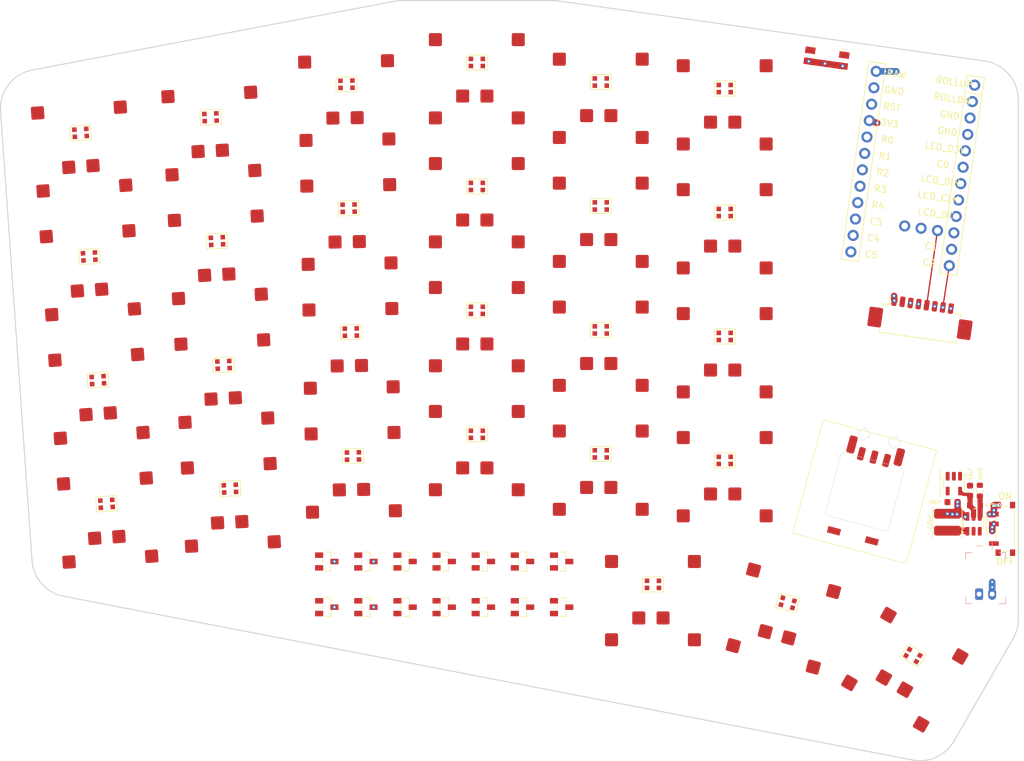
<source format=kicad_pcb>
(kicad_pcb (version 20241229) (generator "pcbnew") (generator_version "9.0")
  (title_block (title "toomanykeys") (date "2025-06-04") (rev "0.1") (company "huntercook"))
  (layers (0 "F.Cu" signal) (4 "In1.Cu" signal) (6 "In2.Cu" signal) (8 "In3.Cu" signal) (10 "In4.Cu" signal) (2 "B.Cu" signal) (13 "F.Paste" user) (15 "B.Paste" user) (5 "F.SilkS" user "F.Silkscreen") (7 "B.SilkS" user "B.Silkscreen") (1 "F.Mask" user) (3 "B.Mask" user) (25 "Edge.Cuts" user))
  (net 0 "")
  (net 1 "C0")
  (net 2 "finger_outer_bottom")
  (net 3 "GND")
  (net 4 "finger_outer_home")
  (net 5 "finger_outer_top")
  (net 6 "finger_outer_num")
  (net 7 "C1")
  (net 8 "finger_pinky_bottom")
  (net 9 "finger_pinky_home")
  (net 10 "finger_pinky_top")
  (net 11 "finger_pinky_num")
  (net 12 "C2")
  (net 13 "finger_ring_bottom")
  (net 14 "finger_ring_home")
  (net 15 "finger_ring_top")
  (net 16 "finger_ring_num")
  (net 17 "C3")
  (net 18 "finger_middle_bottom")
  (net 19 "finger_middle_home")
  (net 20 "finger_middle_top")
  (net 21 "finger_middle_num")
  (net 22 "C4")
  (net 23 "finger_index_bottom")
  (net 24 "finger_index_home")
  (net 25 "finger_index_top")
  (net 26 "finger_index_num")
  (net 27 "C5")
  (net 28 "finger_inner_bottom")
  (net 29 "finger_inner_home")
  (net 30 "finger_inner_top")
  (net 31 "finger_inner_num")
  (net 32 "thumb_near_fan")
  (net 33 "thumb_mid_fan")
  (net 34 "thumb_far_fan")
  (net 35 "roller")
  (net 36 "ROLLUP")
  (net 37 "ROLLDN")
  (net 38 "R1")
  (net 39 "RAW")
  (net 40 "RST")
  (net 41 "3V3")
  (net 42 "R0")
  (net 43 "R2")
  (net 44 "R3")
  (net 45 "R4")
  (net 46 "LED_D3V")
  (net 47 "LCD_DIN")
  (net 48 "LCD_CLK")
  (net 49 "LCD_DC")
  (net 50 "LCD_BL")
  (net 51 "LCD_CS")
  (net 52 "LCD_RST")
  (net 53 "BAT_P")
  (net 54 "LED_26")
  (net 55 "LED_PWR")
  (net 56 "LED_27")
  (net 57 "LED_25")
  (net 58 "LED_24")
  (net 59 "LED_23")
  (net 60 "LED_19")
  (net 61 "LED_20")
  (net 62 "LED_21")
  (net 63 "LED_22")
  (net 64 "LED_18")
  (net 65 "LED_17")
  (net 66 "LED_16")
  (net 67 "LED_15")
  (net 68 "LED_11")
  (net 69 "LED_12")
  (net 70 "LED_13")
  (net 71 "LED_14")
  (net 72 "LED_10")
  (net 73 "LED_9")
  (net 74 "LED_8")
  (net 75 "LED_7")
  (net 76 "LED_3")
  (net 77 "LED_4")
  (net 78 "LED_5")
  (net 79 "LED_6")
  (net 80 "LED_2")
  (net 81 "LED_1")
  (net 82 "LED_DATA_5V")
  (net 83 "BOOST_FB")
  (net 84 "BOOST_SW")
  (net 85 "5V")
  (net 86 "5V_EN")
  (footprint "LED_WS2812B-2020_PLCC4_2.0x2.0mm" (layer "F.Cu") (at 134.821074 111.909927)
    (property "Reference" "LED19" (hide yes))
    (property "Value" "")
  )
  (footprint "PG1316S" (layer "F.Cu") (at 142.821073 172.409928)
    (property "Reference" "S25" (hide yes))
    (property "Value" "")
  )
  (footprint "LED_WS2812B-2020_PLCC4_2.0x2.0mm" (layer "F.Cu") (at 76.986483 136.259432 3)
    (property "Reference" "LED6" (hide yes))
    (property "Value" "")
  )
  (footprint "LED_WS2812B-2020_PLCC4_2.0x2.0mm" (layer "F.Cu") (at 55.077237 100.697844 4)
    (property "Reference" "LED4" (hide yes))
    (property "Value" "")
  )
  (footprint "BAV70 SOT23" (layer "F.Cu") (at 122.821073 173.409927 -90)
    (property "Reference" "D7" (hide yes))
    (property "Value" "BAV70")
  )
  (footprint "PG1316S" (layer "F.Cu") (at 76.12294 119.782046 3)
    (property "Reference" "S7" (hide yes))
    (property "Value" "")
  )
  (footprint "PG1316S" (layer "F.Cu") (at 181.427837 182.992605 -30)
    (property "Reference" "S27" (hide yes))
    (property "Value" "")
  )
  (footprint "PG1316S" (layer "F.Cu") (at 115.821074 149.409928)
    (property "Reference" "S13" (hide yes))
    (property "Value" "")
  )
  (footprint "BAV70 SOT23" (layer "F.Cu") (at 116.821073 166.409927 -90)
    (property "Reference" "D5" (hide yes))
    (property "Value" "BAV70")
  )
  (footprint "ceoloide:reset_switch_smd_side" (layer "F.Cu") (at 169.427747 89.252904 -8)
    (property "Reference" "RST1" (hide yes))
    (property "Value" "")
  )
  (footprint "ceoloide:mounting_hole_npth" (layer "F.Cu") (at 66.860856 172.338813 3)
    (property "Reference" "MH2" (hide yes))
    (property "Value" "")
  )
  (footprint "PG1316S" (layer "F.Cu") (at 96.213132 114.746853 1)
    (property "Reference" "S11" (hide yes))
    (property "Value" "")
  )
  (footprint "Resistor_SMD:R_0603_1608Metric" (layer "F.Cu") (at 192.927746 155.552904 90)
    (property "Reference" "R2" (hide yes))
    (property "Value" "51kΩ")
  )
  (footprint "PG1316S" (layer "F.Cu") (at 57.902373 141.099187 4)
    (property "Reference" "S2" (hide yes))
    (property "Value" "")
  )
  (footprint "LED_WS2812B-2020_PLCC4_2.0x2.0mm" (layer "F.Cu") (at 163.468121 172.745112 -15)
    (property "Reference" "LED26" (hide yes))
    (property "Value" "")
  )
  (footprint "PG1316S" (layer "F.Cu") (at 134.821073 152.409927)
    (property "Reference" "S17" (hide yes))
    (property "Value" "")
  )
  (footprint "ceoloide:mounting_hole_npth" (layer "F.Cu") (at 196.088091 177.600299 -30)
    (property "Reference" "MH9" (hide yes))
    (property "Value" "")
  )
  (footprint "BAV70 SOT23" (layer "F.Cu") (at 122.821073 166.409927 -90)
    (property "Reference" "D6" (hide yes))
    (property "Value" "BAV70")
  )
  (footprint "PG1316S" (layer "F.Cu") (at 134.821073 133.409927)
    (property "Reference" "S18" (hide yes))
    (property "Value" "")
  )
  (footprint "LED_WS2812B-2020_PLCC4_2.0x2.0mm" (layer "F.Cu") (at 96.832693 150.241446 1)
    (property "Reference" "LED9" (hide yes))
    (property "Value" "")
  )
  (footprint "PG1316S" (layer "F.Cu") (at 77.117324 138.756006 3)
    (property "Reference" "S6" (hide yes))
    (property "Value" "")
  )
  (footprint "BAV70 SOT23" (layer "F.Cu") (at 98.821073 166.409928 -90)
    (property "Reference" "D2" (hide yes))
    (property "Value" "BAV70")
  )
  (footprint "ceoloide:mcu_nice_nano" (layer "F.Cu") (at 182.821073 104.909927 -8)
    (property "Reference" "MCU1" (hide yes))
    (property "Value" "")
  )
  (footprint "ceoloide:power_switch_smd_side" (layer "F.Cu") (at 196.821073 161.409927)
    (property "Reference" "PWR1" (hide yes))
    (property "Value" "")
  )
  (footprint "LED_WS2812B-2020_PLCC4_2.0x2.0mm" (layer "F.Cu") (at 153.821073 150.909927)
    (property "Reference" "LED21" (hide yes))
    (property "Value" "")
  )
  (footprint "CKW12" (layer "F.Cu") (at 175.276573 155.721293 75)
    (property "Reference" "RE1" (hide yes))
    (property "Value" "")
    (fp_line (start -4.5 -5) (end 4.5 -4.999999) (stroke (width 0.05)) (layer "Edge.Cuts"))
    (fp_line (start 5 -4.5) (end 4.999999 4.5) (stroke (width 0.05)) (layer "Edge.Cuts"))
    (fp_line (start 8.393604 -3.394264) (end 7.545076 -2.545736) (stroke (width 0.05)) (layer "Edge.Cuts"))
    (fp_line (start 8.605736 -3.394264) (end 9.454264 -2.545736) (stroke (width 0.05)) (layer "Edge.Cuts"))
    (fp_line (start 7.545076 -2.333604) (end 8.393604 -1.485076) (stroke (width 0.05)) (layer "Edge.Cuts"))
    (fp_line (start 8.605736 -1.485076) (end 9.454264 -2.333604) (stroke (width 0.05)) (layer "Edge.Cuts"))
    (fp_line (start -5 4.5) (end -4.999999 -4.5) (stroke (width 0.05)) (layer "Edge.Cuts"))
    (fp_line (start 8.397868 1.480812) (end 7.54934 2.32934) (stroke (width 0.05)) (layer "Edge.Cuts"))
    (fp_line (start 8.61 1.480812) (end 9.458528 2.32934) (stroke (width 0.05)) (layer "Edge.Cuts"))
    (fp_line (start -4.5 4.999999) (end 4.5 5) (stroke (width 0.05)) (layer "Edge.Cuts"))
    (fp_line (start 7.54934 2.541472) (end 8.397869 3.39) (stroke (width 0.05)) (layer "Edge.Cuts"))
    (fp_line (start 8.61 3.39) (end 9.458528 2.541472) (stroke (width 0.05)) (layer "Edge.Cuts"))
    (fp_line (start 4.5 5) (end 4.999999 4.5) (stroke (width 0.05)) (layer "Edge.Cuts"))
    (fp_arc (start -4.999999 -4.5) (mid -4.853553 -4.853553) (end -4.5 -5) (stroke (width 0.05)) (layer "Edge.Cuts"))
    (fp_arc (start 4.5 -4.999999) (mid 4.853553 -4.853553) (end 5 -4.5) (stroke (width 0.05)) (layer "Edge.Cuts"))
    (fp_arc (start 8.393604 -3.394264) (mid 8.49967 -3.438198) (end 8.605736 -3.394264) (stroke (width 0.05)) (layer "Edge.Cuts"))
    (fp_arc (start 7.545076 -2.333604) (mid 7.501142 -2.43967) (end 7.545076 -2.545736) (stroke (width 0.05)) (layer "Edge.Cuts"))
    (fp_arc (start 9.454264 -2.545736) (mid 9.498198 -2.43967) (end 9.454264 -2.333604) (stroke (width 0.05)) (layer "Edge.Cuts"))
    (fp_arc (start 8.605736 -1.485076) (mid 8.49967 -1.441142) (end 8.393604 -1.485076) (stroke (width 0.05)) (layer "Edge.Cuts"))
    (fp_arc (start 8.397868 1.480812) (mid 8.503934 1.436878) (end 8.61 1.480812) (stroke (width 0.05)) (layer "Edge.Cuts"))
    (fp_arc (start -4.5 4.999999) (mid -4.853553 4.853553) (end -5 4.5) (stroke (width 0.05)) (layer "Edge.Cuts"))
    (fp_arc (start 7.54934 2.541472) (mid 7.505406 2.435406) (end 7.54934 2.32934) (stroke (width 0.05)) (layer "Edge.Cuts"))
    (fp_arc (start 9.458528 2.32934) (mid 9.502462 2.435406) (end 9.458528 2.541472) (stroke (width 0.05)) (layer "Edge.Cuts"))
    (fp_arc (start 8.61 3.39) (mid 8.503934 3.433934) (end 8.397869 3.39) (stroke (width 0.05)) (layer "Edge.Cuts"))
  )
  (footprint "LED_WS2812B-2020_PLCC4_2.0x2.0mm" (layer "F.Cu") (at 56.402609 119.65156 4)
    (property "Reference" "LED3" (hide yes))
    (property "Value" "")
  )
  (footprint "LED_WS2812B-2020_PLCC4_2.0x2.0mm" (layer "F.Cu") (at 59.053355 157.558994 4)
    (property "Reference" "LED1" (hide yes))
    (property "Value" "")
  )
  (footprint "ceoloide:mounting_hole_npth" (layer "F.Cu") (at 193.821073 109.409927)
    (property "Reference" "MH6" (hide yes))
    (property "Value" "")
  )
  (footprint "PG1316S" (layer "F.Cu") (at 153.821074 153.409927)
    (property "Reference" "S21" (hide yes))
    (property "Value" "")
  )
  (footprint "Package_TO_SOT_SMD:SOT-23-6" (layer "F.Cu") (at 191.967746 160.635405 90)
    (property "Reference" "U1" (hide yes))
    (property "Value" "TLV61070ADBV")
  )
  (footprint "BAV70 SOT23" (layer "F.Cu") (at 128.821073 173.409927 -90)
    (property "Reference" "D14" (hide yes))
    (property "Value" "BAV70")
  )
  (footprint "LED_WS2812B-2020_PLCC4_2.0x2.0mm" (layer "F.Cu") (at 75.9921 117.285471 3)
    (property "Reference" "LED7" (hide yes))
    (property "Value" "")
  )
  (footprint "BAV70 SOT23" (layer "F.Cu") (at 104.821073 166.409927 -90)
    (property "Reference" "D3" (hide yes))
    (property "Value" "BAV70")
  )
  (footprint "PG1316S" (layer "F.Cu") (at 96.544728 133.74396 1)
    (property "Reference" "S10" (hide yes))
    (property "Value" "")
  )
  (footprint "LED_WS2812B-2020_PLCC4_2.0x2.0mm" (layer "F.Cu") (at 153.821073 131.909928)
    (property "Reference" "LED22" (hide yes))
    (property "Value" "")
  )
  (footprint "LED_WS2812B-2020_PLCC4_2.0x2.0mm" (layer "F.Cu") (at 134.821074 92.909927)
    (property "Reference" "LED20" (hide yes))
    (property "Value" "")
  )
  (footprint "huntercook:L_CJIANG_FTC404030S_4.1x4.1x3.0_SMD" (layer "F.Cu") (at 187.957746 160.387904 -90)
    (property "Reference" "L1" (hide yes))
    (property "Value" "2.2μH")
  )
  (footprint "ceoloide:mounting_hole_npth" (layer "F.Cu") (at 168.527746 95.552905)
    (property "Reference" "MH5" (hide yes))
    (property "Value" "")
  )
  (footprint "LED_WS2812B-2020_PLCC4_2.0x2.0mm" (layer "F.Cu") (at 95.837906 93.250128 1)
    (property "Reference" "LED12" (hide yes))
    (property "Value" "")
  )
  (footprint "PG1316S" (layer "F.Cu") (at 162.821073 175.159927 -15)
    (property "Reference" "S26" (hide yes))
    (property "Value" "")
  )
  (footprint "LED_WS2812B-2020_PLCC4_2.0x2.0mm" (layer "F.Cu") (at 57.727982 138.605278 4)
    (property "Reference" "LED2" (hide yes))
    (property "Value" "")
  )
  (footprint "Package_TO_SOT_SMD:SOT-23-5" (layer "F.Cu") (at 188.947746 154.470405 -90)
    (property "Reference" "U2" (hide yes))
    (property "Value" "SN74LV1T126DBVR")
  )
  (footprint "PG1316S" (layer "F.Cu") (at 95.881537 95.749747 1)
    (property "Reference" "S12" (hide yes))
    (property "Value" "")
  )
  (footprint "BAV70 SOT23" (layer "F.Cu") (at 98.821073 173.409927 -90)
    (property "Reference" "D9" (hide yes))
    (property "Value" "BAV70")
  )
  (footprint "BAV70 SOT23" (layer "F.Cu") (at 116.821073 173.409927 -90)
    (property "Reference" "D12" (hide yes))
    (property "Value" "BAV70")
  )
  (footprint "BAV70 SOT23" (layer "F.Cu") (at 110.821073 166.409927 -90)
    (property "Reference" "D4" (hide yes))
    (property "Value" "BAV70")
  )
  (footprint "PG1316S" (layer "F.Cu") (at 153.821073 96.409927)
    (property "Reference" "S24" (hide yes))
    (property "Value" "")
  )
  (footprint "LED_WS2812B-2020_PLCC4_2.0x2.0mm" (layer "F.Cu") (at 74.997717 98.31151 3)
    (property "Reference" "LED8" (hide yes))
    (property "Value" "")
  )
  (footprint "LED_WS2812B-2020_PLCC4_2.0x2.0mm" (layer "F.Cu") (at 182.677837 180.827541 -30)
    (property "Reference" "LED27" (hide yes))
    (property "Value" "")
  )
  (footprint "Capacitor_SMD:C_0603_1608Metric" (layer "F.Cu") (at 188.737747 157.300405 180)
    (property "Reference" "C1" (hide yes))
    (property "Value" "10μF")
  )
  (footprint "Resistor_SMD:R_0603_1608Metric" (layer "F.Cu") (at 192.182746 157.807904)
    (property "Reference" "R1" (hide yes))
    (property "Value" "470kΩ")
  )
  (footprint "PG1316S" (layer "F.Cu") (at 115.821074 111.409927)
    (property "Reference" "S15" (hide yes))
    (property "Value" "")
  )
  (footprint "ceoloide:mounting_hole_npth" (layer "F.Cu") (at 102.821073 83.409928)
    (property "Reference" "MH3" (hide yes))
    (property "Value" "")
  )
  (footprint "PG1316S" (layer "F.Cu") (at 78.111707 157.729967 3)
    (property "Reference" "S5" (hide yes))
    (property "Value" "")
  )
  (footprint "PG1316S" (layer "F.Cu") (at 115.821074 130.409927)
    (property "Reference" "S14" (hide yes))
    (property "Value" "")
  )
  (footprint "ceoloide:mounting_hole_npth" (layer "F.Cu") (at 64.390191 90.523421 4)
    (property "Reference" "MH1" (hide yes))
    (property "Value" "")
  )
  (footprint "ceoloide:mounting_hole_npth" (layer "F.Cu") (at 127.821073 182.409927)
    (property "Reference" "MH7" (hide yes))
    (property "Value" "")
  )
  (footprint "PG1316S" (layer "F.Cu") (at 75.128557 100.808083 3)
    (property "Reference" "S8" (hide yes))
    (property "Value" "")
  )
  (footprint "LED_WS2812B-2020_PLCC4_2.0x2.0mm" (layer "F.Cu") (at 115.821073 89.909928)
    (property "Reference" "LED16" (hide yes))
    (property "Value" "")
  )
  (footprint "BAV70 SOT23" (layer "F.Cu") (at 110.821074 173.409927 -90)
    (property "Reference" "D11" (hide yes))
    (property "Value" "BAV70")
  )
  (footprint "ceoloide:mounting_hole_npth" (layer "F.Cu") (at 175.427837 193.384909 -30)
    (property "Reference" "MH8" (hide yes))
    (property "Value" "")
  )
  (footprint "LED_WS2812B-2020_PLCC4_2.0x2.0mm" (layer "F.Cu") (at 115.821073 127.909927)
    (property "Reference" "LED14" (hide yes))
    (property "Value" "")
  )
  (footprint "LED_WS2812B-2020_PLCC4_2.0x2.0mm" (layer "F.Cu") (at 115.821073 108.909927)
    (property "Reference" "LED15" (hide yes))
    (property "Value" "")
  )
  (footprint "LED_WS2812B-2020_PLCC4_2.0x2.0mm" (layer "F.Cu") (at 77.980868 155.233393 3)
    (property "Reference" "LED5" (hide yes))
    (property "Value" "")
  )
  (footprint "LED_WS2812B-2020_PLCC4_2.0x2.0mm" (layer "F.Cu") (at 153.821073 93.909927)
    (property "Reference" "LED24" (hide yes))
    (property "Value" "")
  )
  (footprint "LED_WS2812B-2020_PLCC4_2.0x2.0mm" (layer "F.Cu") (at 134.821073 149.909927)
    (property "Reference" "LED17" (hide yes))
    (property "Value" "")
  )
  (footprint "LED_WS2812B-2020_PLCC4_2.0x2.0mm" (layer "F.Cu") (at 115.821073 146.909928)
    (property "Reference" "LED13" (hide yes))
    (property "Value" "")
  )
  (footprint "LED_WS2812B-2020_PLCC4_2.0x2.0mm" (layer "F.Cu") (at 153.821073 112.909927)
    (property "Reference" "LED23" (hide yes))
    (property "Value" "")
  )
  (footprint "PG1316S" (layer "F.Cu") (at 55.251627 103.191754 4)
    (property "Reference" "S4" (hide yes))
    (property "Value" "")
  )
  (footprint "Capacitor_SMD:C_0603_1608Metric" (layer "F.Cu") (at 191.427746 155.552905 90)
    (property "Reference" "C2" (hide yes))
    (property "Value" "10μF")
  )
  (footprint "PG1316S" (layer "F.Cu") (at 153.821073 115.409928)
    (property "Reference" "S23" (hide yes))
    (property "Value" "")
  )
  (footprint "PG1316S" (layer "F.Cu") (at 115.821073 92.409927)
    (property "Reference" "S16" (hide yes))
    (property "Value" "")
  )
  (footprint "PG1316S" (layer "F.Cu") (at 96.876324 152.741066 1)
    (property "Reference" "S9" (hide yes))
    (property "Value" "")
  )
  (footprint "PG1316S" (layer "F.Cu") (at 56.577 122.14547 4)
    (property "Reference" "S3" (hide yes))
    (property "Value" "")
  )
  (footprint "BAV70 SOT23" (layer "F.Cu") (at 104.821073 173.409928 -90)
    (property "Reference" "D10" (hide yes))
    (property "Value" "BAV70")
  )
  (footprint "PG1316S" (layer "F.Cu") (at 134.821073 95.409927)
    (property "Reference" "S20" (hide yes))
    (property "Value" "")
  )
  (footprint "LED_WS2812B-2020_PLCC4_2.0x2.0mm" (layer "F.Cu") (at 142.821073 169.909927)
    (property "Reference" "LED25" (hide yes))
    (property "Value" "")
  )
  (footprint "ceoloide:mounting_hole_npth" (layer "F.Cu") (at 128.821073 83.409927)
    (property "Reference" "MH4" (hide yes))
    (property "Value" "")
  )
  (footprint "Molex_PicoBlade_53261-0871_1x08-1MP_P1.25mm_Horizontal" (layer "F.Cu") (at 183.821073 129.409928 -8)
    (property "Reference" "CONN1" (hide yes))
    (property "Value" "")
  )
  (footprint "PG1316S" (layer "F.Cu") (at 59.227746 160.052904 4)
    (property "Reference" "S1" (hide yes))
    (property "Value" "")
  )
  (footprint "BAV70 SOT23" (layer "F.Cu") (at 92.821073 173.409927 -90)
    (property "Reference" "D8" (hide yes))
    (property "Value" "BAV70")
  )
  (footprint "PG1316S" (layer "F.Cu") (at 134.821073 114.409927)
    (property "Reference" "S19" (hide yes))
    (property "Value" "")
  )
  (footprint "BAV70 SOT23" (layer "F.Cu") (at 128.821073 166.409928 -90)
    (property "Reference" "D13" (hide yes))
    (property "Value" "BAV70")
  )
  (footprint "LED_WS2812B-2020_PLCC4_2.0x2.0mm" (layer "F.Cu") (at 96.169501 112.247234 1)
    (property "Reference" "LED11" (hide yes))
    (property "Value" "")
  )
  (footprint "LED_WS2812B-2020_PLCC4_2.0x2.0mm" (layer "F.Cu") (at 96.501097 131.24434 1)
    (property "Reference" "LED10" (hide yes))
    (property "Value" "")
  )
  (footprint "PG1316S" (layer "F.Cu") (at 153.821074 134.409927)
    (property "Reference" "S22" (hide yes))
    (property "Value" "")
  )
  (footprint "LED_WS2812B-2020_PLCC4_2.0x2.0mm" (layer "F.Cu") (at 134.821073 130.909928)
    (property "Reference" "LED18" (hide yes))
    (property "Value" "")
  )
  (footprint "BAV70 SOT23" (layer "F.Cu") (at 92.821074 166.409927 -90)
    (property "Reference" "D1" (hide yes))
    (property "Value" "BAV70")
  )
  (footprint "ceoloide:battery_connector_jst_ph_2" (layer "B.Cu") (at 193.821073 171.409927 180)
    (property "Reference" "JST1" (hide yes))
    (property "Value" "")
  )
  (gr_arc (start 193.657884 89.682718) (mid 197.349913 91.688404) (end 198.821074 95.624077) (stroke (width 0.15)) (layer "Edge.Cuts"))
  (gr_arc (start 188.956593 193.951221) (mid 186.252451 196.409736) (end 182.62357 196.843337) (stroke (width 0.15)) (layer "Edge.Cuts"))
  (gr_line (start 47.632911 166.26609) (end 42.815731 97.377205) (stroke (width 0.15)) (layer "Edge.Cuts"))
  (gr_line (start 104.385374 80.409928) (end 127.400613 80.409928) (stroke (width 0.15)) (layer "Edge.Cuts"))
  (gr_line (start 47.682408 91.063879) (end 103.266667 80.515142) (stroke (width 0.15)) (layer "Edge.Cuts"))
  (gr_line (start 182.62357 196.843337) (end 52.481845 171.738941) (stroke (width 0.15)) (layer "Edge.Cuts"))
  (gr_line (start 198.017645 178.251955) (end 188.956593 193.951221) (stroke (width 0.15)) (layer "Edge.Cuts"))
  (gr_line (start 128.237424 80.468568) (end 193.657884 89.682718) (stroke (width 0.15)) (layer "Edge.Cuts"))
  (gr_line (start 198.821074 95.624077) (end 198.821073 175.252682) (stroke (width 0.15)) (layer "Edge.Cuts"))
  (gr_arc (start 42.815731 97.377205) (mid 44.049125 93.29556) (end 47.682408 91.063879) (stroke (width 0.15)) (layer "Edge.Cuts"))
  (gr_arc (start 52.481845 171.738941) (mid 49.1274 169.826475) (end 47.632911 166.26609) (stroke (width 0.15)) (layer "Edge.Cuts"))
  (gr_arc (start 103.266667 80.515142) (mid 103.823552 80.436292) (end 104.385374 80.409928) (stroke (width 0.15)) (layer "Edge.Cuts"))
  (gr_arc (start 127.400613 80.409928) (mid 127.820045 80.424604) (end 128.237424 80.468568) (stroke (width 0.15)) (layer "Edge.Cuts"))
  (gr_arc (start 198.821073 175.252682) (mid 198.616743 176.805193) (end 198.017646 178.251955) (stroke (width 0.15)) (layer "Edge.Cuts"))
  (via (at 99.996073 166.409928) (size 0.6) (drill 0.3) (layers "F.Cu" "B.Cu") (net 38))
  (via (at 93.996074 166.409927) (size 0.6) (drill 0.3) (layers "F.Cu" "B.Cu") (net 38))
  (via (at 93.996073 173.409927) (size 0.6) (drill 0.3) (layers "F.Cu" "B.Cu") (net 38))
  (via (at 99.996073 173.409927) (size 0.6) (drill 0.3) (layers "F.Cu" "B.Cu") (net 38))
  (segment (start 195.086073 158.552904) (end 195.086073 157.852904) (width 1) (layer "F.Cu") (net 39))
  (segment (start 179.327746 91.273024) (end 180.127746 91.273023) (width 1) (layer "F.Cu") (net 39))
  (segment (start 195.736074 157.759928) (end 195.179051 157.759927) (width 1) (layer "F.Cu") (net 39))
  (segment (start 194.427747 159.159927) (end 195.086073 159.159928) (width 1) (layer "F.Cu") (net 39))
  (segment (start 189.512746 158.412904) (end 190.187746 159.087904) (width 1) (layer "F.Cu") (net 39))
  (segment (start 195.179051 157.759927) (end 195.086073 157.852904) (width 1) (layer "F.Cu") (net 39))
  (segment (start 190.187746 159.087904) (end 190.687746 159.587904) (width 1) (layer "F.Cu") (net 39))
  (segment (start 189.512746 157.300405) (end 189.512746 158.412904) (width 1) (layer "F.Cu") (net 39))
  (segment (start 179.327746 91.273024) (end 177.042729 91.273023) (width 1) (layer "F.Cu") (net 39))
  (segment (start 195.086073 158.552904) (end 195.086073 159.159928) (width 1) (layer "F.Cu") (net 39))
  (segment (start 187.957746 159.087904) (end 190.187746 159.087904) (width 1) (layer "F.Cu") (net 39))
  (via (at 195.736074 157.759928) (size 0.6) (drill 0.3) (layers "F.Cu" "B.Cu") (net 39))
  (via (at 194.427747 159.159927) (size 0.6) (drill 0.3) (layers "F.Cu" "B.Cu") (net 39))
  (via (at 195.086073 159.159928) (size 0.6) (drill 0.3) (layers "F.Cu" "B.Cu") (net 39))
  (via (at 188.727747 159.159928) (size 0.6) (drill 0.3) (layers "F.Cu" "B.Cu") (net 39))
  (via (at 195.086073 158.552904) (size 0.6) (drill 0.3) (layers "F.Cu" "B.Cu") (net 39))
  (via (at 180.127746 91.273023) (size 0.6) (drill 0.3) (layers "F.Cu" "B.Cu") (net 39))
  (via (at 195.086073 157.852904) (size 0.6) (drill 0.3) (layers "F.Cu" "B.Cu") (net 39))
  (via (at 189.512747 157.852905) (size 0.6) (drill 0.3) (layers "F.Cu" "B.Cu") (net 39))
  (via (at 190.687746 159.587904) (size 0.6) (drill 0.3) (layers "F.Cu" "B.Cu") (net 39))
  (via (at 187.957746 159.087904) (size 0.6) (drill 0.3) (layers "F.Cu" "B.Cu") (net 39))
  (via (at 179.327746 91.273024) (size 0.6) (drill 0.3) (layers "F.Cu" "B.Cu") (net 39))
  (via (at 189.427746 159.159928) (size 0.6) (drill 0.3) (layers "F.Cu" "B.Cu") (net 39))
  (via (at 178.427746 91.273023) (size 0.6) (drill 0.3) (layers "F.Cu" "B.Cu") (net 39))
  (via (at 189.512746 157.300405) (size 0.6) (drill 0.3) (layers "F.Cu" "B.Cu") (net 39))
  (segment (start 180.127746 91.273023) (end 177.042729 91.273023) (width 1) (layer "B.Cu") (net 39))
  (segment (start 169.2 90.07925) (end 171.908903 90.459962) (width 1) (layer "F.Cu") (net 40))
  (segment (start 166.709996 89.729303) (end 169.2 90.07925) (width 1) (layer "F.Cu") (net 40))
  (via (at 166.709996 89.729303) (size 0.6) (drill 0.3) (layers "F.Cu" "B.Cu") (net 40))
  (via (at 169.2 90.07925) (size 0.6) (drill 0.3) (layers "F.Cu" "B.Cu") (net 40))
  (via (at 171.908903 90.459962) (size 0.6) (drill 0.3) (layers "F.Cu" "B.Cu") (net 40))
  (segment (start 177.2 99.187882) (end 175.98223 98.818866) (width 1) (layer "F.Cu") (net 41))
  (segment (start 179.771128 125.7) (end 179.822666 126.424402) (width 1) (layer "F.Cu") (net 41))
  (via (at 177.2 99.187882) (size 0.6) (drill 0.3) (layers "F.Cu" "B.Cu") (net 41))
  (via (at 179.771128 125.7) (size 0.6) (drill 0.3) (layers "F.Cu" "B.Cu") (net 41))
  (via (at 179.822666 126.424402) (size 0.6) (drill 0.3) (layers "F.Cu" "B.Cu") (net 41))
  (via (at 182.298336 126.772335) (size 0.6) (drill 0.3) (layers "F.Cu" "B.Cu") (net 47))
  (via (at 183.536171 126.946301) (size 0.6) (drill 0.3) (layers "F.Cu" "B.Cu") (net 48))
  (via (at 186.011841 127.294234) (size 0.6) (drill 0.3) (layers "F.Cu" "B.Cu") (net 49))
  (via (at 188.487511 127.642167) (size 0.6) (drill 0.3) (layers "F.Cu" "B.Cu") (net 50))
  (segment (start 184.774006 127.120268) (end 186.437636 115.67805) (width 0.2) (layer "F.Cu") (net 51))
  (segment (start 187.249676 127.468201) (end 188.245918 121.062111) (width 0.2) (layer "F.Cu") (net 52))
  (via (at 187.249676 127.468201) (size 0.6) (drill 0.3) (layers "F.Cu" "B.Cu") (net 52))
  (segment (start 194.821073 161.752904) (end 194.821073 160.924928) (width 1) (layer "F.Cu") (net 53))
  (segment (start 194.821073 160.924928) (end 195.086073 160.659927) (width 1) (layer "F.Cu") (net 53))
  (segment (start 194.821073 170.352904) (end 194.821074 169.552905) (width 1) (layer "F.Cu") (net 53))
  (segment (start 194.821073 170.352904) (end 194.821073 171.409927) (width 1) (layer "F.Cu") (net 53))
  (via (at 194.821073 161.152904) (size 0.6) (drill 0.3) (layers "F.Cu" "B.Cu") (net 53))
  (via (at 194.821073 161.752904) (size 0.6) (drill 0.3) (layers "F.Cu" "B.Cu") (net 53))
  (via (at 195.086073 160.659927) (size 0.6) (drill 0.3) (layers "F.Cu" "B.Cu") (net 53))
  (via (at 194.821074 169.552905) (size 0.6) (drill 0.3) (layers "F.Cu" "B.Cu") (net 53))
  (via (at 194.821073 170.352904) (size 0.6) (drill 0.3) (layers "F.Cu" "B.Cu") (net 53))
  (segment (start 194.821074 169.552905) (end 194.821073 171.409927) (width 1) (layer "B.Cu") (net 53))
  (segment (start 192.927747 156.377904) (end 192.968746 156.418904) (width 0.8) (layer "F.Cu") (net 83))
  (segment (start 192.968746 156.418904) (end 192.968747 159.497904) (width 0.8) (layer "F.Cu") (net 83))
  (segment (start 187.957747 161.687904) (end 190.707746 161.687904) (width 1) (layer "F.Cu") (net 84))
  (segment (start 191.967746 159.497905) (end 191.967746 158.417904) (width 0.8) (layer "F.Cu") (net 85))
  (segment (start 191.217746 156.117904) (end 191.427746 156.327904) (width 0.5) (layer "F.Cu") (net 85))
  (segment (start 191.427746 156.327904) (end 191.427746 157.737904) (width 0.8) (layer "F.Cu") (net 85))
  (segment (start 191.967746 158.417904) (end 191.357746 157.807904) (width 0.8) (layer "F.Cu") (net 85))
  (segment (start 189.897746 155.607904) (end 190.407746 156.117905) (width 0.5) (layer "F.Cu") (net 85))
  (segment (start 190.407746 156.117905) (end 191.217746 156.117904) (width 0.5) (layer "F.Cu") (net 85))
  (segment (start 191.427746 157.737904) (end 191.357746 157.807904) (width 0.8) (layer "F.Cu") (net 85))
)
</source>
